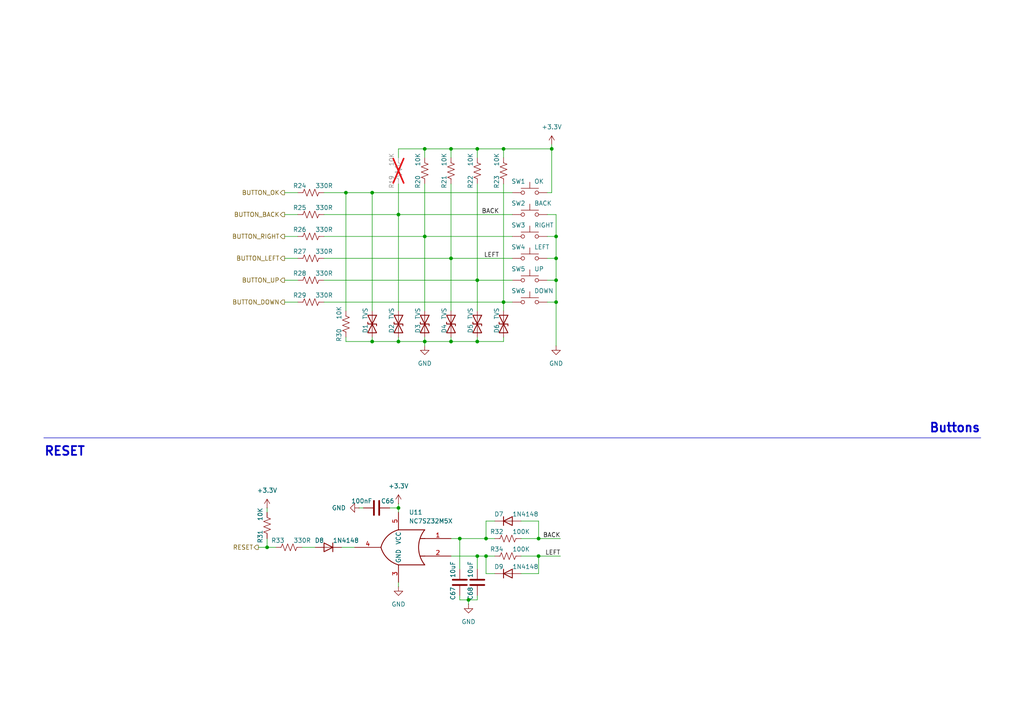
<source format=kicad_sch>
(kicad_sch (version 20231120) (generator "eeschema") (generator_version "8.0")
  (paper "A4")
  (lib_symbols
    (symbol "74xGxx:74AHC1G32"
      (property "Reference" "U" (at -2.54 3.81 0))
      (property "Value" "74AHC1G32" (at 0 -3.81 0))
      (symbol "74AHC1G32_0_1"
        (arc (start -7.62 -5.08) (mid -5.838 0) (end -7.62 5.08) (stroke (width 0.254)))
        (arc (start 0 -5.08) (mid 3.1986 -3.2054) (end 5.08 0) (stroke (width 0.254)))
        (polyline (pts (xy -7.62 -2.54) (xy -6.35 -2.54)) (stroke (width 0.254)) (fill (type background)))
        (polyline (pts (xy -7.62 2.54) (xy -6.35 2.54)) (stroke (width 0.254)) (fill (type background)))
        (polyline (pts (xy 0 -5.08) (xy -7.62 -5.08)) (stroke (width 0.254)) (fill (type background)))
        (polyline (pts (xy 0 5.08) (xy -7.62 5.08)) (stroke (width 0.254)) (fill (type background)))
        (arc (start 5.08 0) (mid 3.2238 3.2304) (end 0 5.08) (stroke (width 0.254)))
      )
      (symbol "74AHC1G32_1_1"
        (pin input line (at -15.24 2.54 0) (length 7.62) (name "~") (number "1"))
        (pin input line (at -15.24 -2.54 0) (length 7.62) (name "~") (number "2"))
        (pin power_in line (at 0 -10.16 90) (length 5.08) (name "GND") (number "3"))
        (pin output line (at 12.7 0 180) (length 7.62) (name "~") (number "4"))
        (pin power_in line (at 0 10.16 270) (length 5.08) (name "VCC") (number "5"))
      )
    )
    (symbol "Device:C" (pin_numbers hide) (pin_names (offset 0.254))
      (property "Reference" "C" (at 0.635 2.54 0))
      (property "Value" "C" (at 0.635 -2.54 0))
      (symbol "C_0_1"
        (polyline (pts (xy -2.032 -0.762) (xy 2.032 -0.762)) (stroke (width 0.508)))
        (polyline (pts (xy -2.032 0.762) (xy 2.032 0.762)) (stroke (width 0.508)))
      )
      (symbol "C_1_1"
        (pin passive line (at 0 3.81 270) (length 2.794) (name "~") (number "1"))
        (pin passive line (at 0 -3.81 90) (length 2.794) (name "~") (number "2"))
      )
    )
    (symbol "Device:D" (pin_numbers hide) (pin_names (offset 1.016) hide)
      (property "Reference" "D" (at 0 2.54 0))
      (property "Value" "D" (at 0 -2.54 0))
      (symbol "D_0_1"
        (polyline (pts (xy -1.27 1.27) (xy -1.27 -1.27)) (stroke (width 0.254)))
        (polyline (pts (xy 1.27 0) (xy -1.27 0)))
        (polyline (pts (xy 1.27 1.27) (xy 1.27 -1.27) (xy -1.27 0) (xy 1.27 1.27)) (stroke (width 0.254)))
      )
      (symbol "D_1_1"
        (pin passive line (at -3.81 0 0) (length 2.54) (name "K") (number "1"))
        (pin passive line (at 3.81 0 180) (length 2.54) (name "A") (number "2"))
      )
    )
    (symbol "Device:D_TVS" (pin_numbers hide) (pin_names (offset 1.016) hide)
      (property "Reference" "D" (at 0 2.54 0))
      (property "Value" "D_TVS" (at 0 -2.54 0))
      (symbol "D_TVS_0_1"
        (polyline (pts (xy 1.27 0) (xy -1.27 0)))
        (polyline (pts (xy 0.508 1.27) (xy 0 1.27) (xy 0 -1.27) (xy -0.508 -1.27)) (stroke (width 0.254)))
        (polyline (pts (xy -2.54 1.27) (xy -2.54 -1.27) (xy 2.54 1.27) (xy 2.54 -1.27) (xy -2.54 1.27)) (stroke (width 0.254)))
      )
      (symbol "D_TVS_1_1"
        (pin passive line (at -3.81 0 0) (length 2.54) (name "A1") (number "1"))
        (pin passive line (at 3.81 0 180) (length 2.54) (name "A2") (number "2"))
      )
    )
    (symbol "Device:R_US" (pin_numbers hide) (pin_names (offset 0))
      (property "Reference" "R" (at 2.54 0 90))
      (property "Value" "R_US" (at -2.54 0 90))
      (symbol "R_US_0_1"
        (polyline (pts (xy 0 -2.286) (xy 0 -2.54)))
        (polyline (pts (xy 0 2.286) (xy 0 2.54)))
        (polyline (pts (xy 0 -0.762) (xy 1.016 -1.143) (xy 0 -1.524) (xy -1.016 -1.905) (xy 0 -2.286)))
        (polyline (pts (xy 0 0.762) (xy 1.016 0.381) (xy 0 0) (xy -1.016 -0.381) (xy 0 -0.762)))
        (polyline (pts (xy 0 2.286) (xy 1.016 1.905) (xy 0 1.524) (xy -1.016 1.143) (xy 0 0.762)))
      )
      (symbol "R_US_1_1"
        (pin passive line (at 0 3.81 270) (length 1.27) (name "~") (number "1"))
        (pin passive line (at 0 -3.81 90) (length 1.27) (name "~") (number "2"))
      )
    )
    (symbol "Switch:SW_Push" (pin_numbers hide) (pin_names (offset 1.016) hide)
      (property "Reference" "SW" (at 1.27 2.54 0))
      (property "Value" "SW_Push" (at 0 -1.524 0))
      (symbol "SW_Push_0_1"
        (circle (center -2.032 0) (radius 0.508))
        (polyline (pts (xy 0 1.27) (xy 0 3.048)))
        (polyline (pts (xy 2.54 1.27) (xy -2.54 1.27)))
        (circle (center 2.032 0) (radius 0.508))
        (pin passive line (at -5.08 0 0) (length 2.54) (name "1") (number "1"))
        (pin passive line (at 5.08 0 180) (length 2.54) (name "2") (number "2"))
      )
    )
    (symbol "power:+3.3V" (power) (pin_numbers hide) (pin_names (offset 0) hide)
      (property "Value" "+3.3V" (at 0 3.556 0))
      (symbol "+3.3V_0_1"
        (polyline (pts (xy -0.762 1.27) (xy 0 2.54)))
        (polyline (pts (xy 0 0) (xy 0 2.54)))
        (polyline (pts (xy 0 2.54) (xy 0.762 1.27)))
      )
      (symbol "+3.3V_1_1"
        (pin power_in line (at 0 0 90) (length 0) (name "~") (number "1"))
      )
    )
    (symbol "power:GND" (power) (pin_numbers hide) (pin_names (offset 0) hide)
      (property "Value" "GND" (at 0 -3.81 0))
      (symbol "GND_0_1"
        (polyline (pts (xy 0 0) (xy 0 -1.27) (xy 1.27 -1.27) (xy 0 -2.54) (xy -1.27 -1.27) (xy 0 -1.27)))
      )
      (symbol "GND_1_1"
        (pin power_in line (at 0 0 270) (length 0) (name "~") (number "1"))
      )
    )
  )
  (junction (at 138.43 43.18))
  (junction (at 115.57 147.32))
  (junction (at 138.43 99.06))
  (junction (at 130.81 43.18))
  (junction (at 138.43 81.28))
  (junction (at 115.57 62.23))
  (junction (at 123.19 43.18))
  (junction (at 146.05 87.63))
  (junction (at 160.02 43.18))
  (junction (at 161.29 87.63))
  (junction (at 140.97 161.29))
  (junction (at 161.29 81.28))
  (junction (at 123.19 99.06))
  (junction (at 77.47 158.75))
  (junction (at 146.05 43.18))
  (junction (at 156.21 161.29))
  (junction (at 140.97 156.21))
  (junction (at 133.35 156.21))
  (junction (at 123.19 68.58))
  (junction (at 161.29 68.58))
  (junction (at 107.95 55.88))
  (junction (at 135.89 173.99))
  (junction (at 100.33 55.88))
  (junction (at 130.81 99.06))
  (junction (at 107.95 99.06))
  (junction (at 156.21 156.21))
  (junction (at 130.81 74.93))
  (junction (at 115.57 99.06))
  (junction (at 138.43 161.29))
  (junction (at 161.29 74.93))
  (wire (pts (xy 130.81 43.18) (xy 130.81 45.72)))
  (wire (pts (xy 115.57 53.34) (xy 115.57 62.23)))
  (wire (pts (xy 151.13 156.21) (xy 156.21 156.21)))
  (wire (pts (xy 160.02 43.18) (xy 160.02 41.91)))
  (wire (pts (xy 123.19 43.18) (xy 123.19 45.72)))
  (wire (pts (xy 143.51 166.37) (xy 140.97 166.37)))
  (wire (pts (xy 138.43 43.18) (xy 138.43 45.72)))
  (wire (pts (xy 158.75 55.88) (xy 160.02 55.88)))
  (wire (pts (xy 158.75 81.28) (xy 161.29 81.28)))
  (polyline (pts (xy 12.7 127) (xy 284.48 127)))
  (wire (pts (xy 93.98 55.88) (xy 100.33 55.88)))
  (wire (pts (xy 115.57 146.05) (xy 115.57 147.32)))
  (wire (pts (xy 93.98 81.28) (xy 138.43 81.28)))
  (wire (pts (xy 133.35 172.72) (xy 133.35 173.99)))
  (wire (pts (xy 115.57 147.32) (xy 115.57 148.59)))
  (wire (pts (xy 123.19 43.18) (xy 130.81 43.18)))
  (wire (pts (xy 107.95 90.17) (xy 107.95 55.88)))
  (wire (pts (xy 123.19 68.58) (xy 148.59 68.58)))
  (wire (pts (xy 82.55 81.28) (xy 86.36 81.28)))
  (wire (pts (xy 82.55 62.23) (xy 86.36 62.23)))
  (wire (pts (xy 161.29 87.63) (xy 161.29 100.33)))
  (wire (pts (xy 138.43 161.29) (xy 140.97 161.29)))
  (wire (pts (xy 100.33 99.06) (xy 107.95 99.06)))
  (wire (pts (xy 146.05 97.79) (xy 146.05 99.06)))
  (wire (pts (xy 161.29 68.58) (xy 161.29 74.93)))
  (wire (pts (xy 82.55 68.58) (xy 86.36 68.58)))
  (wire (pts (xy 107.95 55.88) (xy 148.59 55.88)))
  (wire (pts (xy 82.55 87.63) (xy 86.36 87.63)))
  (wire (pts (xy 156.21 161.29) (xy 156.21 166.37)))
  (wire (pts (xy 99.06 158.75) (xy 102.87 158.75)))
  (wire (pts (xy 130.81 97.79) (xy 130.81 99.06)))
  (wire (pts (xy 138.43 173.99) (xy 138.43 172.72)))
  (wire (pts (xy 100.33 97.79) (xy 100.33 99.06)))
  (wire (pts (xy 138.43 99.06) (xy 130.81 99.06)))
  (wire (pts (xy 115.57 168.91) (xy 115.57 170.18)))
  (wire (pts (xy 130.81 90.17) (xy 130.81 74.93)))
  (wire (pts (xy 115.57 43.18) (xy 115.57 45.72)))
  (wire (pts (xy 146.05 53.34) (xy 146.05 87.63)))
  (wire (pts (xy 133.35 173.99) (xy 135.89 173.99)))
  (wire (pts (xy 100.33 55.88) (xy 107.95 55.88)))
  (wire (pts (xy 115.57 97.79) (xy 115.57 99.06)))
  (wire (pts (xy 105.41 147.32) (xy 104.14 147.32)))
  (wire (pts (xy 143.51 156.21) (xy 140.97 156.21)))
  (wire (pts (xy 115.57 99.06) (xy 123.19 99.06)))
  (wire (pts (xy 130.81 74.93) (xy 148.59 74.93)))
  (wire (pts (xy 156.21 156.21) (xy 156.21 151.13)))
  (wire (pts (xy 87.63 158.75) (xy 91.44 158.75)))
  (wire (pts (xy 82.55 55.88) (xy 86.36 55.88)))
  (wire (pts (xy 93.98 87.63) (xy 146.05 87.63)))
  (wire (pts (xy 138.43 161.29) (xy 138.43 165.1)))
  (wire (pts (xy 138.43 43.18) (xy 146.05 43.18)))
  (wire (pts (xy 161.29 62.23) (xy 161.29 68.58)))
  (wire (pts (xy 135.89 173.99) (xy 138.43 173.99)))
  (wire (pts (xy 77.47 156.21) (xy 77.47 158.75)))
  (wire (pts (xy 156.21 151.13) (xy 151.13 151.13)))
  (wire (pts (xy 115.57 43.18) (xy 123.19 43.18)))
  (wire (pts (xy 93.98 62.23) (xy 115.57 62.23)))
  (wire (pts (xy 133.35 156.21) (xy 133.35 165.1)))
  (wire (pts (xy 115.57 147.32) (xy 113.03 147.32)))
  (wire (pts (xy 158.75 68.58) (xy 161.29 68.58)))
  (wire (pts (xy 130.81 53.34) (xy 130.81 74.93)))
  (wire (pts (xy 74.93 158.75) (xy 77.47 158.75)))
  (wire (pts (xy 140.97 166.37) (xy 140.97 161.29)))
  (wire (pts (xy 82.55 74.93) (xy 86.36 74.93)))
  (wire (pts (xy 93.98 68.58) (xy 123.19 68.58)))
  (wire (pts (xy 156.21 161.29) (xy 162.56 161.29)))
  (wire (pts (xy 146.05 87.63) (xy 146.05 90.17)))
  (wire (pts (xy 138.43 81.28) (xy 148.59 81.28)))
  (wire (pts (xy 158.75 87.63) (xy 161.29 87.63)))
  (wire (pts (xy 133.35 156.21) (xy 140.97 156.21)))
  (wire (pts (xy 158.75 62.23) (xy 161.29 62.23)))
  (wire (pts (xy 138.43 90.17) (xy 138.43 81.28)))
  (wire (pts (xy 107.95 97.79) (xy 107.95 99.06)))
  (wire (pts (xy 123.19 99.06) (xy 130.81 99.06)))
  (wire (pts (xy 138.43 53.34) (xy 138.43 81.28)))
  (wire (pts (xy 160.02 55.88) (xy 160.02 43.18)))
  (wire (pts (xy 161.29 81.28) (xy 161.29 87.63)))
  (wire (pts (xy 156.21 156.21) (xy 162.56 156.21)))
  (wire (pts (xy 146.05 43.18) (xy 160.02 43.18)))
  (wire (pts (xy 158.75 74.93) (xy 161.29 74.93)))
  (wire (pts (xy 151.13 161.29) (xy 156.21 161.29)))
  (wire (pts (xy 140.97 161.29) (xy 143.51 161.29)))
  (wire (pts (xy 77.47 147.32) (xy 77.47 148.59)))
  (wire (pts (xy 140.97 151.13) (xy 140.97 156.21)))
  (wire (pts (xy 146.05 99.06) (xy 138.43 99.06)))
  (wire (pts (xy 100.33 90.17) (xy 100.33 55.88)))
  (wire (pts (xy 156.21 166.37) (xy 151.13 166.37)))
  (wire (pts (xy 148.59 87.63) (xy 146.05 87.63)))
  (wire (pts (xy 146.05 43.18) (xy 146.05 45.72)))
  (wire (pts (xy 123.19 99.06) (xy 123.19 100.33)))
  (wire (pts (xy 130.81 161.29) (xy 138.43 161.29)))
  (wire (pts (xy 143.51 151.13) (xy 140.97 151.13)))
  (wire (pts (xy 130.81 43.18) (xy 138.43 43.18)))
  (wire (pts (xy 115.57 62.23) (xy 115.57 90.17)))
  (wire (pts (xy 123.19 90.17) (xy 123.19 68.58)))
  (wire (pts (xy 130.81 156.21) (xy 133.35 156.21)))
  (wire (pts (xy 138.43 97.79) (xy 138.43 99.06)))
  (wire (pts (xy 107.95 99.06) (xy 115.57 99.06)))
  (wire (pts (xy 161.29 74.93) (xy 161.29 81.28)))
  (wire (pts (xy 115.57 62.23) (xy 148.59 62.23)))
  (wire (pts (xy 123.19 97.79) (xy 123.19 99.06)))
  (wire (pts (xy 135.89 173.99) (xy 135.89 175.26)))
  (wire (pts (xy 93.98 74.93) (xy 130.81 74.93)))
  (wire (pts (xy 77.47 158.75) (xy 80.01 158.75)))
  (wire (pts (xy 123.19 53.34) (xy 123.19 68.58)))
  (text "RESET" (exclude_from_sim yes) (at 12.7 129.54 0) (effects (font (size 2.54 2.54) (thickness 0.508) (bold yes)) (justify left top)))
  (text "Buttons" (exclude_from_sim yes) (at 284.48 125.73 0) (effects (font (size 2.54 2.54) (thickness 0.508) (bold yes)) (justify right bottom)))
  (label "LEFT" (at 162.56 161.29 180))
  (label "LEFT" (at 144.78 74.93 180))
  (label "BACK" (at 144.78 62.23 180))
  (label "BACK" (at 162.56 156.21 180))
  (hierarchical_label "BUTTON_UP" (shape output) (at 82.55 81.28 180))
  (hierarchical_label "BUTTON_BACK" (shape output) (at 82.55 62.23 180))
  (hierarchical_label "BUTTON_DOWN" (shape output) (at 82.55 87.63 180))
  (hierarchical_label "BUTTON_LEFT" (shape output) (at 82.55 74.93 180))
  (hierarchical_label "BUTTON_RIGHT" (shape output) (at 82.55 68.58 180))
  (hierarchical_label "RESET" (shape output) (at 74.93 158.75 180))
  (hierarchical_label "BUTTON_OK" (shape output) (at 82.55 55.88 180))
  (symbol (lib_id "Switch:SW_Push") (at 153.67 74.93 0) (unit 1)
    (property "Reference" "SW4" (at 152.4 72.39 0) (effects (justify right bottom)))
    (property "Value" "LEFT" (at 154.94 72.39 0) (effects (justify left bottom)))
    (property "Footprint" "Library:SW_Push_SPST_NO_Alps_ SKRM" (effects (hide yes)))
    (property "Description" "Push button switch, generic, two pins" (effects (hide yes)))
  )
  (symbol (lib_id "Device:R_US") (at 147.32 161.29 90) (unit 1)
    (property "Reference" "R34" (at 146.05 160.02 90) (effects (justify left top)))
    (property "Value" "100K" (at 148.59 160.02 90) (effects (justify right top)))
    (property "Footprint" "Resistor_SMD:R_0402_1005Metric" (effects (hide yes)))
    (property "Description" "Resistor, US symbol" (effects (hide yes)))
  )
  (symbol (lib_id "Device:R_US") (at 90.17 68.58 90) (unit 1)
    (property "Reference" "R26" (at 88.9 67.31 90) (effects (justify left top)))
    (property "Value" "330R" (at 91.44 67.31 90) (effects (justify right top)))
    (property "Footprint" "Resistor_SMD:R_0402_1005Metric" (effects (hide yes)))
    (property "Description" "Resistor, US symbol" (effects (hide yes)))
  )
  (symbol (lib_id "Device:D") (at 147.32 166.37 0) (unit 1)
    (property "Reference" "D9" (at 146.05 165.1 0) (effects (justify right bottom)))
    (property "Value" "1N4148" (at 148.59 165.1 0) (effects (justify left bottom)))
    (property "Footprint" "Diode_SMD:D_SOD-523" (effects (hide yes)))
    (property "Description" "Diode" (effects (hide yes)))
    (property "Sim.Device" "D" (effects (hide yes)))
    (property "Sim.Pins" "1=K 2=A" (effects (hide yes)))
  )
  (symbol (lib_id "Device:R_US") (at 138.43 49.53 180) (unit 1)
    (property "Reference" "R22" (at 137.16 50.8 90) (effects (justify left top)))
    (property "Value" "10K" (at 137.16 48.26 90) (effects (justify right top)))
    (property "Footprint" "Resistor_SMD:R_0402_1005Metric" (effects (hide yes)))
    (property "Description" "Resistor, US symbol" (effects (hide yes)))
  )
  (symbol (lib_id "Switch:SW_Push") (at 153.67 55.88 0) (unit 1)
    (property "Reference" "SW1" (at 152.4 53.34 0) (effects (justify right bottom)))
    (property "Value" "OK" (at 154.94 53.34 0) (effects (justify left bottom)))
    (property "Footprint" "Library:SW_Push_SPST_NO_Alps_ SKRM" (effects (hide yes)))
    (property "Description" "Push button switch, generic, two pins" (effects (hide yes)))
  )
  (symbol (lib_id "Device:R_US") (at 147.32 156.21 90) (unit 1)
    (property "Reference" "R32" (at 146.05 154.94 90) (effects (justify left top)))
    (property "Value" "100K" (at 148.59 154.94 90) (effects (justify right top)))
    (property "Footprint" "Resistor_SMD:R_0402_1005Metric" (effects (hide yes)))
    (property "Description" "Resistor, US symbol" (effects (hide yes)))
  )
  (symbol (lib_id "Switch:SW_Push") (at 153.67 87.63 0) (unit 1)
    (property "Reference" "SW6" (at 152.4 85.09 0) (effects (justify right bottom)))
    (property "Value" "DOWN" (at 154.94 85.09 0) (effects (justify left bottom)))
    (property "Footprint" "Library:SW_Push_SPST_NO_Alps_ SKRM" (effects (hide yes)))
    (property "Description" "Push button switch, generic, two pins" (effects (hide yes)))
  )
  (symbol (lib_id "Device:R_US") (at 100.33 93.98 180) (unit 1)
    (property "Reference" "R30" (at 99.06 95.25 90) (effects (justify left top)))
    (property "Value" "10K" (at 99.06 92.71 90) (effects (justify right top)))
    (property "Footprint" "Resistor_SMD:R_0402_1005Metric" (effects (hide yes)))
    (property "Description" "Resistor, US symbol" (effects (hide yes)))
  )
  (symbol (lib_id "Device:D_TVS") (at 107.95 93.98 270) (unit 1)
    (property "Reference" "D1" (at 106.68 93.98 0) (effects (justify left top)))
    (property "Value" "TVS" (at 106.68 92.71 0) (effects (justify right top)))
    (property "Footprint" "Diode_SMD:D_0201_0603Metric" (effects (hide yes)))
    (property "Description" "Bidirectional transient-voltage-suppression diode" (effects (hide yes)))
  )
  (symbol (lib_id "Device:R_US") (at 123.19 49.53 180) (unit 1)
    (property "Reference" "R20" (at 121.92 50.8 90) (effects (justify left top)))
    (property "Value" "10K" (at 121.92 48.26 90) (effects (justify right top)))
    (property "Footprint" "Resistor_SMD:R_0402_1005Metric" (effects (hide yes)))
    (property "Description" "Resistor, US symbol" (effects (hide yes)))
  )
  (symbol (lib_id "Device:D") (at 95.25 158.75 0) (mirror y) (unit 1)
    (property "Reference" "D8" (at 93.98 157.48 0) (effects (justify left bottom)))
    (property "Value" "1N4148" (at 96.52 157.48 0) (effects (justify right bottom)))
    (property "Footprint" "Diode_SMD:D_SOD-523" (effects (hide yes)))
    (property "Description" "Diode" (effects (hide yes)))
    (property "Sim.Device" "D" (effects (hide yes)))
    (property "Sim.Pins" "1=K 2=A" (effects (hide yes)))
  )
  (symbol (lib_id "power:GND") (at 104.14 147.32 270) (mirror x) (unit 1)
    (property "Reference" "#PWR0107" (effects (hide yes)))
    (property "Value" "GND" (at 100.33 147.3199 90) (effects (justify right)))
    (property "Description" "Power symbol creates a global label with name \"GND\" , ground" (effects (hide yes)))
  )
  (symbol (lib_id "Device:D_TVS") (at 130.81 93.98 270) (unit 1)
    (property "Reference" "D4" (at 129.54 93.98 0) (effects (justify left top)))
    (property "Value" "TVS" (at 129.54 92.71 0) (effects (justify right top)))
    (property "Footprint" "Diode_SMD:D_0201_0603Metric" (effects (hide yes)))
    (property "Description" "Bidirectional transient-voltage-suppression diode" (effects (hide yes)))
  )
  (symbol (lib_id "74xGxx:74AHC1G32") (at 115.57 158.75 0) (mirror y) (unit 1)
    (property "Reference" "U11" (at 118.5865 148.59 0) (effects (justify right)))
    (property "Value" "NC7SZ32M5X" (at 118.5865 151.13 0) (effects (justify right)))
    (property "Footprint" "Package_TO_SOT_SMD:SOT-23-5" (effects (hide yes)))
    (property "Datasheet" "http://www.ti.com/lit/sg/scyt129e/scyt129e.pdf" (effects (hide yes)))
    (property "Description" "Single OR Gate, Low-Voltage CMOS" (effects (hide yes)))
  )
  (symbol (lib_id "Device:R_US") (at 90.17 81.28 90) (unit 1)
    (property "Reference" "R28" (at 88.9 80.01 90) (effects (justify left top)))
    (property "Value" "330R" (at 91.44 80.01 90) (effects (justify right top)))
    (property "Footprint" "Resistor_SMD:R_0402_1005Metric" (effects (hide yes)))
    (property "Description" "Resistor, US symbol" (effects (hide yes)))
  )
  (symbol (lib_id "Device:R_US") (at 90.17 74.93 90) (unit 1)
    (property "Reference" "R27" (at 88.9 73.66 90) (effects (justify left top)))
    (property "Value" "330R" (at 91.44 73.66 90) (effects (justify right top)))
    (property "Footprint" "Resistor_SMD:R_0402_1005Metric" (effects (hide yes)))
    (property "Description" "Resistor, US symbol" (effects (hide yes)))
  )
  (symbol (lib_id "Device:R_US") (at 90.17 62.23 90) (unit 1)
    (property "Reference" "R25" (at 88.9 60.96 90) (effects (justify left top)))
    (property "Value" "330R" (at 91.44 60.96 90) (effects (justify right top)))
    (property "Footprint" "Resistor_SMD:R_0402_1005Metric" (effects (hide yes)))
    (property "Description" "Resistor, US symbol" (effects (hide yes)))
  )
  (symbol (lib_id "Device:R_US") (at 83.82 158.75 90) (unit 1)
    (property "Reference" "R33" (at 82.55 157.48 90) (effects (justify left top)))
    (property "Value" "330R" (at 85.09 157.48 90) (effects (justify right top)))
    (property "Footprint" "Resistor_SMD:R_0402_1005Metric" (effects (hide yes)))
    (property "Description" "Resistor, US symbol" (effects (hide yes)))
  )
  (symbol (lib_id "Device:D_TVS") (at 123.19 93.98 270) (unit 1)
    (property "Reference" "D3" (at 121.92 93.98 0) (effects (justify left top)))
    (property "Value" "TVS" (at 121.92 92.71 0) (effects (justify right top)))
    (property "Footprint" "Diode_SMD:D_0201_0603Metric" (effects (hide yes)))
    (property "Description" "Bidirectional transient-voltage-suppression diode" (effects (hide yes)))
  )
  (symbol (lib_id "power:GND") (at 115.57 170.18 0) (unit 1)
    (property "Reference" "#PWR0108" (effects (hide yes)))
    (property "Value" "GND" (at 115.57 175.26 0))
    (property "Description" "Power symbol creates a global label with name \"GND\" , ground" (effects (hide yes)))
  )
  (symbol (lib_id "power:+3.3V") (at 160.02 41.91 0) (unit 1)
    (property "Reference" "#PWR0102" (effects (hide yes)))
    (property "Value" "+3.3V" (at 160.02 36.83 0))
    (property "Description" "Power symbol creates a global label with name \"+3.3V\"" (effects (hide yes)))
  )
  (symbol (lib_id "Device:R_US") (at 77.47 152.4 180) (unit 1)
    (property "Reference" "R31" (at 76.2 153.67 90) (effects (justify left top)))
    (property "Value" "10K" (at 76.2 151.13 90) (effects (justify right top)))
    (property "Footprint" "Resistor_SMD:R_0402_1005Metric" (effects (hide yes)))
    (property "Description" "Resistor, US symbol" (effects (hide yes)))
  )
  (symbol (lib_id "Device:D_TVS") (at 138.43 93.98 270) (unit 1)
    (property "Reference" "D5" (at 137.16 93.98 0) (effects (justify left top)))
    (property "Value" "TVS" (at 137.16 92.71 0) (effects (justify right top)))
    (property "Footprint" "Diode_SMD:D_0201_0603Metric" (effects (hide yes)))
    (property "Description" "Bidirectional transient-voltage-suppression diode" (effects (hide yes)))
  )
  (symbol (lib_id "Device:R_US") (at 146.05 49.53 180) (unit 1)
    (property "Reference" "R23" (at 144.78 50.8 90) (effects (justify left top)))
    (property "Value" "10K" (at 144.78 48.26 90) (effects (justify right top)))
    (property "Footprint" "Resistor_SMD:R_0402_1005Metric" (effects (hide yes)))
    (property "Description" "Resistor, US symbol" (effects (hide yes)))
  )
  (symbol (lib_id "Switch:SW_Push") (at 153.67 68.58 0) (unit 1)
    (property "Reference" "SW3" (at 152.4 66.04 0) (effects (justify right bottom)))
    (property "Value" "RIGHT" (at 154.94 66.04 0) (effects (justify left bottom)))
    (property "Footprint" "Library:SW_Push_SPST_NO_Alps_ SKRM" (effects (hide yes)))
    (property "Description" "Push button switch, generic, two pins" (effects (hide yes)))
  )
  (symbol (lib_id "Device:R_US") (at 90.17 87.63 90) (unit 1)
    (property "Reference" "R29" (at 88.9 86.36 90) (effects (justify left top)))
    (property "Value" "330R" (at 91.44 86.36 90) (effects (justify right top)))
    (property "Footprint" "Resistor_SMD:R_0402_1005Metric" (effects (hide yes)))
    (property "Description" "Resistor, US symbol" (effects (hide yes)))
  )
  (symbol (lib_id "Switch:SW_Push") (at 153.67 62.23 0) (unit 1)
    (property "Reference" "SW2" (at 152.4 59.69 0) (effects (justify right bottom)))
    (property "Value" "BACK" (at 154.94 59.69 0) (effects (justify left bottom)))
    (property "Footprint" "Library:SW_Push_SPST_NO_Alps_ SKRM" (effects (hide yes)))
    (property "Description" "Push button switch, generic, two pins" (effects (hide yes)))
  )
  (symbol (lib_id "Device:C") (at 109.22 147.32 270) (mirror x) (unit 1)
    (property "Reference" "C66" (at 110.49 146.05 90) (effects (justify left top)))
    (property "Value" "100nF" (at 107.95 146.05 90) (effects (justify right top)))
    (property "Footprint" "Capacitor_SMD:C_0402_1005Metric" (effects (hide yes)))
    (property "Description" "Unpolarized capacitor" (effects (hide yes)))
  )
  (symbol (lib_id "power:+3.3V") (at 115.57 146.05 0) (unit 1)
    (property "Reference" "#PWR0105" (effects (hide yes)))
    (property "Value" "+3.3V" (at 115.57 140.97 0))
    (property "Description" "Power symbol creates a global label with name \"+3.3V\"" (effects (hide yes)))
  )
  (symbol (lib_id "Device:D_TVS") (at 146.05 93.98 270) (unit 1)
    (property "Reference" "D6" (at 144.78 93.98 0) (effects (justify left top)))
    (property "Value" "TVS" (at 144.78 92.71 0) (effects (justify right top)))
    (property "Footprint" "Diode_SMD:D_0201_0603Metric" (effects (hide yes)))
    (property "Description" "Bidirectional transient-voltage-suppression diode" (effects (hide yes)))
  )
  (symbol (lib_id "Device:R_US") (at 90.17 55.88 90) (unit 1)
    (property "Reference" "R24" (at 88.9 54.61 90) (effects (justify left top)))
    (property "Value" "330R" (at 91.44 54.61 90) (effects (justify right top)))
    (property "Footprint" "Resistor_SMD:R_0402_1005Metric" (effects (hide yes)))
    (property "Description" "Resistor, US symbol" (effects (hide yes)))
  )
  (symbol (lib_id "power:+3.3V") (at 77.47 147.32 0) (unit 1)
    (property "Reference" "#PWR0106" (effects (hide yes)))
    (property "Value" "+3.3V" (at 77.47 142.24 0))
    (property "Description" "Power symbol creates a global label with name \"+3.3V\"" (effects (hide yes)))
  )
  (symbol (lib_id "power:GND") (at 135.89 175.26 0) (unit 1)
    (property "Reference" "#PWR0109" (effects (hide yes)))
    (property "Value" "GND" (at 135.89 180.34 0))
    (property "Description" "Power symbol creates a global label with name \"GND\" , ground" (effects (hide yes)))
  )
  (symbol (lib_id "Device:C") (at 138.43 168.91 180) (unit 1)
    (property "Reference" "C68" (at 137.16 170.18 90) (effects (justify left top)))
    (property "Value" "10uF" (at 137.16 167.64 90) (effects (justify right top)))
    (property "Footprint" "Capacitor_SMD:C_0603_1608Metric" (effects (hide yes)))
    (property "Description" "Unpolarized capacitor" (effects (hide yes)))
  )
  (symbol (lib_id "Switch:SW_Push") (at 153.67 81.28 0) (unit 1)
    (property "Reference" "SW5" (at 152.4 78.74 0) (effects (justify right bottom)))
    (property "Value" "UP" (at 154.94 78.74 0) (effects (justify left bottom)))
    (property "Footprint" "Library:SW_Push_SPST_NO_Alps_ SKRM" (effects (hide yes)))
    (property "Description" "Push button switch, generic, two pins" (effects (hide yes)))
  )
  (symbol (lib_id "power:GND") (at 123.19 100.33 0) (unit 1)
    (property "Reference" "#PWR0103" (effects (hide yes)))
    (property "Value" "GND" (at 123.19 105.41 0))
    (property "Description" "Power symbol creates a global label with name \"GND\" , ground" (effects (hide yes)))
  )
  (symbol (lib_id "Device:R_US") (at 115.57 49.53 180) (unit 1) (dnp yes)
    (property "Reference" "R19" (at 114.3 50.8 90) (effects (justify left top)))
    (property "Value" "10K" (at 114.3 48.26 90) (effects (justify right top)))
    (property "Footprint" "Resistor_SMD:R_0402_1005Metric" (effects (hide yes)))
    (property "Description" "Resistor, US symbol" (effects (hide yes)))
  )
  (symbol (lib_id "Device:R_US") (at 130.81 49.53 180) (unit 1)
    (property "Reference" "R21" (at 129.54 50.8 90) (effects (justify left top)))
    (property "Value" "10K" (at 129.54 48.26 90) (effects (justify right top)))
    (property "Footprint" "Resistor_SMD:R_0402_1005Metric" (effects (hide yes)))
    (property "Description" "Resistor, US symbol" (effects (hide yes)))
  )
  (symbol (lib_id "Device:D") (at 147.32 151.13 0) (unit 1)
    (property "Reference" "D7" (at 146.05 149.86 0) (effects (justify right bottom)))
    (property "Value" "1N4148" (at 148.59 149.86 0) (effects (justify left bottom)))
    (property "Footprint" "Diode_SMD:D_SOD-523" (effects (hide yes)))
    (property "Description" "Diode" (effects (hide yes)))
    (property "Sim.Device" "D" (effects (hide yes)))
    (property "Sim.Pins" "1=K 2=A" (effects (hide yes)))
  )
  (symbol (lib_id "power:GND") (at 161.29 100.33 0) (unit 1)
    (property "Reference" "#PWR0104" (effects (hide yes)))
    (property "Value" "GND" (at 161.29 105.41 0))
    (property "Description" "Power symbol creates a global label with name \"GND\" , ground" (effects (hide yes)))
  )
  (symbol (lib_id "Device:C") (at 133.35 168.91 180) (unit 1)
    (property "Reference" "C67" (at 132.08 170.18 90) (effects (justify left top)))
    (property "Value" "10uF" (at 132.08 167.64 90) (effects (justify right top)))
    (property "Footprint" "Capacitor_SMD:C_0603_1608Metric" (effects (hide yes)))
    (property "Description" "Unpolarized capacitor" (effects (hide yes)))
  )
  (symbol (lib_id "Device:D_TVS") (at 115.57 93.98 270) (unit 1)
    (property "Reference" "D2" (at 114.3 93.98 0) (effects (justify left top)))
    (property "Value" "TVS" (at 114.3 92.71 0) (effects (justify right top)))
    (property "Footprint" "Diode_SMD:D_0201_0603Metric" (effects (hide yes)))
    (property "Description" "Bidirectional transient-voltage-suppression diode" (effects (hide yes)))
  )
)
</source>
